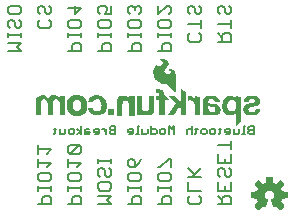
<source format=gbr>
G04 EAGLE Gerber RS-274X export*
G75*
%MOMM*%
%FSLAX34Y34*%
%LPD*%
%INSilkscreen Bottom*%
%IPPOS*%
%AMOC8*
5,1,8,0,0,1.08239X$1,22.5*%
G01*
%ADD10C,0.203200*%
%ADD11C,0.127000*%
%ADD12C,0.025400*%
%ADD13R,0.495300X0.485100*%

G36*
X237920Y25546D02*
X237920Y25546D01*
X238028Y25556D01*
X238041Y25562D01*
X238055Y25564D01*
X238152Y25612D01*
X238251Y25657D01*
X238264Y25668D01*
X238273Y25672D01*
X238288Y25688D01*
X238365Y25750D01*
X240950Y28335D01*
X241013Y28424D01*
X241079Y28509D01*
X241084Y28522D01*
X241092Y28534D01*
X241123Y28637D01*
X241159Y28740D01*
X241159Y28754D01*
X241163Y28767D01*
X241159Y28875D01*
X241160Y28984D01*
X241155Y28997D01*
X241155Y29011D01*
X241117Y29113D01*
X241082Y29215D01*
X241073Y29230D01*
X241069Y29239D01*
X241055Y29256D01*
X241001Y29338D01*
X238237Y32728D01*
X238794Y33810D01*
X238800Y33830D01*
X238842Y33925D01*
X239213Y35084D01*
X243564Y35527D01*
X243668Y35555D01*
X243774Y35580D01*
X243786Y35587D01*
X243799Y35590D01*
X243889Y35651D01*
X243982Y35708D01*
X243990Y35719D01*
X244002Y35727D01*
X244068Y35813D01*
X244137Y35897D01*
X244141Y35910D01*
X244150Y35921D01*
X244184Y36024D01*
X244223Y36125D01*
X244224Y36143D01*
X244228Y36152D01*
X244228Y36174D01*
X244237Y36272D01*
X244237Y39928D01*
X244220Y40035D01*
X244206Y40143D01*
X244200Y40155D01*
X244198Y40169D01*
X244146Y40265D01*
X244099Y40362D01*
X244089Y40372D01*
X244083Y40384D01*
X244003Y40458D01*
X243927Y40535D01*
X243915Y40541D01*
X243905Y40551D01*
X243806Y40596D01*
X243709Y40644D01*
X243691Y40648D01*
X243682Y40652D01*
X243661Y40654D01*
X243564Y40673D01*
X239213Y41116D01*
X238842Y42275D01*
X238833Y42293D01*
X238831Y42300D01*
X238827Y42307D01*
X238794Y42390D01*
X238237Y43472D01*
X241001Y46862D01*
X241055Y46956D01*
X241112Y47048D01*
X241115Y47061D01*
X241122Y47073D01*
X241143Y47180D01*
X241168Y47285D01*
X241166Y47299D01*
X241169Y47313D01*
X241154Y47420D01*
X241144Y47528D01*
X241138Y47541D01*
X241136Y47555D01*
X241088Y47652D01*
X241043Y47751D01*
X241032Y47764D01*
X241028Y47773D01*
X241012Y47788D01*
X240950Y47865D01*
X238365Y50450D01*
X238276Y50513D01*
X238191Y50579D01*
X238178Y50584D01*
X238166Y50592D01*
X238063Y50623D01*
X237960Y50659D01*
X237946Y50659D01*
X237933Y50663D01*
X237825Y50659D01*
X237716Y50660D01*
X237703Y50655D01*
X237689Y50655D01*
X237587Y50617D01*
X237485Y50582D01*
X237470Y50573D01*
X237461Y50569D01*
X237444Y50555D01*
X237362Y50501D01*
X233972Y47737D01*
X232890Y48294D01*
X232870Y48300D01*
X232775Y48342D01*
X231616Y48713D01*
X231173Y53064D01*
X231145Y53168D01*
X231120Y53274D01*
X231113Y53286D01*
X231110Y53299D01*
X231049Y53389D01*
X230992Y53482D01*
X230981Y53490D01*
X230973Y53502D01*
X230887Y53568D01*
X230803Y53637D01*
X230790Y53641D01*
X230779Y53650D01*
X230676Y53684D01*
X230575Y53723D01*
X230557Y53724D01*
X230548Y53728D01*
X230526Y53728D01*
X230428Y53737D01*
X226772Y53737D01*
X226665Y53720D01*
X226557Y53706D01*
X226545Y53700D01*
X226531Y53698D01*
X226435Y53646D01*
X226338Y53599D01*
X226328Y53589D01*
X226316Y53583D01*
X226242Y53503D01*
X226165Y53427D01*
X226159Y53415D01*
X226149Y53405D01*
X226104Y53306D01*
X226056Y53209D01*
X226052Y53191D01*
X226048Y53182D01*
X226046Y53161D01*
X226027Y53064D01*
X225584Y48713D01*
X224425Y48342D01*
X224407Y48332D01*
X224310Y48294D01*
X223228Y47737D01*
X219838Y50501D01*
X219744Y50555D01*
X219652Y50612D01*
X219639Y50615D01*
X219627Y50622D01*
X219520Y50643D01*
X219415Y50668D01*
X219401Y50666D01*
X219387Y50669D01*
X219280Y50654D01*
X219172Y50644D01*
X219159Y50638D01*
X219146Y50636D01*
X219048Y50588D01*
X218949Y50543D01*
X218936Y50532D01*
X218927Y50528D01*
X218912Y50512D01*
X218835Y50450D01*
X216250Y47865D01*
X216187Y47776D01*
X216121Y47691D01*
X216116Y47678D01*
X216108Y47666D01*
X216077Y47563D01*
X216041Y47460D01*
X216041Y47446D01*
X216037Y47433D01*
X216041Y47325D01*
X216040Y47216D01*
X216045Y47203D01*
X216045Y47189D01*
X216083Y47087D01*
X216118Y46985D01*
X216127Y46970D01*
X216131Y46961D01*
X216145Y46944D01*
X216199Y46862D01*
X218963Y43472D01*
X218406Y42390D01*
X218400Y42370D01*
X218358Y42275D01*
X217987Y41116D01*
X213636Y40673D01*
X213532Y40645D01*
X213426Y40620D01*
X213414Y40613D01*
X213401Y40610D01*
X213311Y40549D01*
X213218Y40492D01*
X213210Y40481D01*
X213198Y40473D01*
X213132Y40387D01*
X213064Y40303D01*
X213059Y40290D01*
X213050Y40279D01*
X213016Y40176D01*
X212977Y40075D01*
X212976Y40057D01*
X212972Y40048D01*
X212973Y40026D01*
X212963Y39928D01*
X212963Y36272D01*
X212980Y36165D01*
X212994Y36057D01*
X213000Y36045D01*
X213002Y36031D01*
X213054Y35935D01*
X213101Y35838D01*
X213111Y35828D01*
X213117Y35816D01*
X213197Y35742D01*
X213273Y35665D01*
X213285Y35659D01*
X213296Y35649D01*
X213394Y35604D01*
X213491Y35556D01*
X213509Y35552D01*
X213518Y35548D01*
X213539Y35546D01*
X213636Y35527D01*
X217987Y35084D01*
X218358Y33925D01*
X218368Y33907D01*
X218406Y33810D01*
X218963Y32728D01*
X216199Y29338D01*
X216145Y29244D01*
X216088Y29152D01*
X216085Y29139D01*
X216078Y29127D01*
X216057Y29020D01*
X216032Y28915D01*
X216034Y28901D01*
X216031Y28887D01*
X216046Y28780D01*
X216056Y28672D01*
X216062Y28659D01*
X216064Y28646D01*
X216112Y28548D01*
X216157Y28449D01*
X216168Y28436D01*
X216172Y28427D01*
X216188Y28412D01*
X216250Y28335D01*
X218835Y25750D01*
X218924Y25687D01*
X219009Y25621D01*
X219022Y25616D01*
X219034Y25608D01*
X219137Y25577D01*
X219240Y25541D01*
X219254Y25541D01*
X219267Y25537D01*
X219375Y25541D01*
X219484Y25540D01*
X219497Y25545D01*
X219511Y25545D01*
X219613Y25583D01*
X219715Y25618D01*
X219730Y25627D01*
X219739Y25631D01*
X219756Y25645D01*
X219838Y25699D01*
X223228Y28463D01*
X224310Y27906D01*
X224363Y27889D01*
X224412Y27863D01*
X224478Y27852D01*
X224542Y27831D01*
X224598Y27832D01*
X224652Y27823D01*
X224719Y27834D01*
X224786Y27835D01*
X224838Y27853D01*
X224893Y27862D01*
X224953Y27894D01*
X225016Y27917D01*
X225059Y27951D01*
X225109Y27977D01*
X225155Y28026D01*
X225207Y28068D01*
X225238Y28115D01*
X225276Y28155D01*
X225332Y28260D01*
X225340Y28273D01*
X225341Y28278D01*
X225345Y28285D01*
X227498Y33482D01*
X227518Y33565D01*
X227523Y33578D01*
X227525Y33594D01*
X227550Y33679D01*
X227549Y33700D01*
X227554Y33720D01*
X227546Y33802D01*
X227547Y33821D01*
X227543Y33841D01*
X227539Y33922D01*
X227532Y33942D01*
X227530Y33963D01*
X227498Y34032D01*
X227492Y34059D01*
X227477Y34083D01*
X227451Y34150D01*
X227438Y34166D01*
X227429Y34185D01*
X227384Y34234D01*
X227364Y34266D01*
X227333Y34291D01*
X227295Y34337D01*
X227272Y34353D01*
X227262Y34363D01*
X227241Y34375D01*
X227176Y34420D01*
X227175Y34421D01*
X227174Y34422D01*
X226275Y34928D01*
X225588Y35572D01*
X225073Y36360D01*
X224761Y37248D01*
X224669Y38185D01*
X224802Y39117D01*
X225153Y39991D01*
X225702Y40756D01*
X226416Y41369D01*
X227256Y41794D01*
X228173Y42008D01*
X229114Y41998D01*
X230026Y41764D01*
X230856Y41321D01*
X231557Y40692D01*
X232089Y39915D01*
X232420Y39034D01*
X232533Y38099D01*
X232425Y37182D01*
X232105Y36314D01*
X231591Y35545D01*
X230912Y34918D01*
X230028Y34423D01*
X229986Y34390D01*
X229944Y34367D01*
X229913Y34334D01*
X229865Y34299D01*
X229853Y34283D01*
X229837Y34270D01*
X229802Y34215D01*
X229777Y34189D01*
X229764Y34159D01*
X229722Y34101D01*
X229716Y34082D01*
X229706Y34065D01*
X229687Y33990D01*
X229677Y33967D01*
X229674Y33943D01*
X229651Y33868D01*
X229652Y33848D01*
X229647Y33828D01*
X229654Y33742D01*
X229653Y33724D01*
X229656Y33708D01*
X229659Y33624D01*
X229667Y33599D01*
X229668Y33585D01*
X229678Y33563D01*
X229702Y33482D01*
X230631Y31239D01*
X230631Y31238D01*
X231562Y28991D01*
X231563Y28991D01*
X231855Y28285D01*
X231884Y28238D01*
X231905Y28186D01*
X231948Y28135D01*
X231984Y28078D01*
X232027Y28043D01*
X232063Y28000D01*
X232120Y27966D01*
X232172Y27923D01*
X232224Y27904D01*
X232272Y27875D01*
X232338Y27861D01*
X232401Y27837D01*
X232456Y27835D01*
X232510Y27824D01*
X232577Y27831D01*
X232644Y27829D01*
X232698Y27845D01*
X232753Y27852D01*
X232864Y27896D01*
X232878Y27900D01*
X232882Y27903D01*
X232890Y27906D01*
X233972Y28463D01*
X237362Y25699D01*
X237456Y25645D01*
X237548Y25588D01*
X237561Y25585D01*
X237573Y25578D01*
X237680Y25557D01*
X237785Y25532D01*
X237799Y25534D01*
X237813Y25531D01*
X237920Y25546D01*
G37*
G36*
X148914Y125267D02*
X148914Y125267D01*
X148956Y125282D01*
X148958Y125287D01*
X148962Y125289D01*
X148991Y125362D01*
X148995Y125373D01*
X148995Y125374D01*
X148995Y140538D01*
X148993Y140543D01*
X148995Y140549D01*
X148925Y141380D01*
X148919Y141391D01*
X148920Y141406D01*
X148680Y142205D01*
X148672Y142215D01*
X148670Y142229D01*
X148269Y142961D01*
X148259Y142969D01*
X148254Y142982D01*
X147784Y143532D01*
X147773Y143537D01*
X147766Y143549D01*
X147196Y143994D01*
X147184Y143997D01*
X147174Y144007D01*
X146526Y144328D01*
X146514Y144329D01*
X146502Y144337D01*
X145803Y144521D01*
X145792Y144520D01*
X145781Y144525D01*
X144841Y144598D01*
X144832Y144595D01*
X144821Y144598D01*
X143881Y144525D01*
X143877Y144523D01*
X143871Y144524D01*
X143388Y144448D01*
X143349Y144423D01*
X143309Y144402D01*
X143308Y144398D01*
X143305Y144396D01*
X143295Y144351D01*
X143283Y144307D01*
X143285Y144303D01*
X143284Y144299D01*
X143309Y144261D01*
X143333Y144222D01*
X143337Y144221D01*
X143339Y144218D01*
X143380Y144209D01*
X143420Y144197D01*
X143578Y144213D01*
X143716Y144185D01*
X143849Y144114D01*
X144673Y143515D01*
X144791Y143401D01*
X144863Y143263D01*
X144956Y142848D01*
X144956Y142420D01*
X144863Y142004D01*
X144657Y141600D01*
X144344Y141272D01*
X143738Y140907D01*
X143060Y140700D01*
X142349Y140665D01*
X141739Y140762D01*
X141153Y140960D01*
X140610Y141253D01*
X140185Y141618D01*
X139870Y142078D01*
X139684Y142603D01*
X139641Y143159D01*
X139743Y143707D01*
X139983Y144210D01*
X140353Y144645D01*
X140551Y144855D01*
X141146Y145486D01*
X141741Y146117D01*
X141806Y146186D01*
X141809Y146196D01*
X141818Y146202D01*
X143005Y147960D01*
X143007Y147973D01*
X143017Y147983D01*
X143297Y148671D01*
X143296Y148686D01*
X143305Y148701D01*
X143404Y149436D01*
X143400Y149451D01*
X143405Y149468D01*
X143318Y150205D01*
X143310Y150218D01*
X143310Y150236D01*
X143043Y150928D01*
X143032Y150939D01*
X143028Y150956D01*
X142597Y151559D01*
X142587Y151566D01*
X142581Y151578D01*
X141885Y152236D01*
X141877Y152239D01*
X141872Y152247D01*
X141095Y152807D01*
X141085Y152810D01*
X141077Y152818D01*
X140297Y153206D01*
X140285Y153207D01*
X140274Y153215D01*
X139434Y153446D01*
X139422Y153445D01*
X139410Y153451D01*
X138542Y153517D01*
X138532Y153513D01*
X138520Y153517D01*
X137620Y153431D01*
X137611Y153427D01*
X137601Y153428D01*
X136723Y153208D01*
X136715Y153202D01*
X136703Y153201D01*
X136475Y153100D01*
X136119Y152948D01*
X136118Y152948D01*
X135614Y152727D01*
X135604Y152716D01*
X135587Y152711D01*
X135152Y152373D01*
X135149Y152366D01*
X135141Y152362D01*
X135116Y152337D01*
X135113Y152336D01*
X135078Y152244D01*
X135119Y152155D01*
X135204Y152122D01*
X135807Y152122D01*
X136318Y152065D01*
X136808Y151926D01*
X137289Y151671D01*
X137684Y151301D01*
X137970Y150841D01*
X138127Y150322D01*
X138139Y150019D01*
X138080Y149719D01*
X137874Y149225D01*
X137591Y148767D01*
X137240Y148357D01*
X136828Y148003D01*
X135926Y147352D01*
X135438Y147103D01*
X134909Y147005D01*
X134370Y147063D01*
X134196Y147128D01*
X133835Y147377D01*
X133561Y147716D01*
X133517Y147819D01*
X133501Y147939D01*
X133501Y148819D01*
X133484Y148860D01*
X133470Y148902D01*
X133465Y148905D01*
X133463Y148910D01*
X133422Y148926D01*
X133382Y148945D01*
X133376Y148943D01*
X133371Y148945D01*
X133344Y148933D01*
X133295Y148917D01*
X132169Y147996D01*
X132163Y147984D01*
X132151Y147977D01*
X131244Y146840D01*
X131241Y146829D01*
X131232Y146821D01*
X130730Y145887D01*
X130729Y145877D01*
X130723Y145869D01*
X130365Y144872D01*
X130365Y144862D01*
X130360Y144853D01*
X130153Y143814D01*
X130155Y143804D01*
X130154Y143802D01*
X130155Y143802D01*
X130151Y143793D01*
X130091Y141865D01*
X130095Y141854D01*
X130092Y141842D01*
X130380Y139935D01*
X130386Y139925D01*
X130386Y139913D01*
X131014Y138089D01*
X131021Y138080D01*
X131023Y138068D01*
X131970Y136387D01*
X131978Y136381D01*
X131981Y136370D01*
X132866Y135263D01*
X132873Y135260D01*
X132875Y135254D01*
X132876Y135254D01*
X132878Y135250D01*
X133909Y134278D01*
X133917Y134275D01*
X133923Y134267D01*
X135080Y133450D01*
X135090Y133448D01*
X135098Y133440D01*
X136328Y132840D01*
X136339Y132839D01*
X136349Y132831D01*
X137668Y132463D01*
X137679Y132465D01*
X137690Y132459D01*
X139054Y132335D01*
X139059Y132337D01*
X139065Y132335D01*
X141340Y132335D01*
X141708Y132270D01*
X142059Y132143D01*
X143049Y131554D01*
X143903Y130772D01*
X148775Y125290D01*
X148779Y125288D01*
X148781Y125283D01*
X148823Y125267D01*
X148864Y125248D01*
X148868Y125250D01*
X148873Y125248D01*
X148914Y125267D01*
G37*
G36*
X200281Y96573D02*
X200281Y96573D01*
X200283Y96572D01*
X200304Y96581D01*
X200364Y96604D01*
X204504Y100338D01*
X204506Y100344D01*
X204512Y100347D01*
X204536Y100407D01*
X204545Y100428D01*
X204544Y100430D01*
X204545Y100432D01*
X204545Y121006D01*
X204530Y121043D01*
X204520Y121082D01*
X204511Y121088D01*
X204507Y121097D01*
X204479Y121108D01*
X204443Y121130D01*
X200557Y121866D01*
X200542Y121863D01*
X200527Y121868D01*
X200495Y121853D01*
X200460Y121845D01*
X200452Y121832D01*
X200439Y121826D01*
X200424Y121787D01*
X200408Y121762D01*
X200411Y121751D01*
X200407Y121740D01*
X200431Y119823D01*
X200297Y119972D01*
X200296Y119973D01*
X200296Y119974D01*
X199407Y120939D01*
X199401Y120941D01*
X199397Y120948D01*
X199054Y121249D01*
X199043Y121253D01*
X199035Y121263D01*
X198641Y121496D01*
X198632Y121497D01*
X198624Y121504D01*
X197303Y122037D01*
X197292Y122037D01*
X197282Y122044D01*
X196800Y122146D01*
X196788Y122143D01*
X196776Y122148D01*
X194795Y122173D01*
X194784Y122169D01*
X194772Y122171D01*
X193687Y121988D01*
X193677Y121981D01*
X193663Y121981D01*
X192638Y121581D01*
X192631Y121573D01*
X192619Y121571D01*
X191717Y121030D01*
X191712Y121024D01*
X191703Y121021D01*
X190879Y120368D01*
X190873Y120358D01*
X190863Y120353D01*
X190071Y119463D01*
X190067Y119450D01*
X190055Y119441D01*
X189476Y118400D01*
X189474Y118388D01*
X189466Y118377D01*
X188792Y116264D01*
X188793Y116253D01*
X188787Y116242D01*
X188504Y114042D01*
X188507Y114031D01*
X188503Y114019D01*
X188621Y111804D01*
X188626Y111794D01*
X188624Y111782D01*
X188947Y110406D01*
X188954Y110397D01*
X188954Y110385D01*
X189510Y109085D01*
X189518Y109077D01*
X189520Y109066D01*
X190292Y107881D01*
X190301Y107875D01*
X190306Y107864D01*
X190963Y107157D01*
X190973Y107153D01*
X190979Y107143D01*
X191747Y106558D01*
X191758Y106556D01*
X191765Y106547D01*
X192621Y106101D01*
X192632Y106100D01*
X192641Y106092D01*
X193560Y105798D01*
X193570Y105799D01*
X193580Y105793D01*
X194792Y105604D01*
X194801Y105606D01*
X194810Y105603D01*
X196037Y105586D01*
X196045Y105589D01*
X196055Y105587D01*
X197272Y105742D01*
X197282Y105747D01*
X197294Y105747D01*
X198138Y106011D01*
X198148Y106019D01*
X198163Y106022D01*
X198932Y106459D01*
X198940Y106469D01*
X198954Y106474D01*
X199614Y107064D01*
X199620Y107076D01*
X199632Y107084D01*
X200152Y107800D01*
X200153Y107802D01*
X200153Y96698D01*
X200171Y96654D01*
X200188Y96611D01*
X200190Y96610D01*
X200191Y96607D01*
X200235Y96590D01*
X200279Y96572D01*
X200281Y96573D01*
G37*
G36*
X34851Y105920D02*
X34851Y105920D01*
X34853Y105919D01*
X34896Y105939D01*
X34940Y105957D01*
X34940Y105959D01*
X34942Y105960D01*
X34975Y106045D01*
X34975Y116324D01*
X35082Y117204D01*
X35394Y118026D01*
X35655Y118410D01*
X35998Y118723D01*
X36404Y118949D01*
X36852Y119077D01*
X37756Y119145D01*
X38659Y119053D01*
X39069Y118927D01*
X39441Y118717D01*
X39456Y118703D01*
X39597Y118577D01*
X39737Y118450D01*
X39759Y118431D01*
X40144Y117903D01*
X40417Y117308D01*
X40566Y116669D01*
X40641Y115566D01*
X40641Y106045D01*
X40642Y106043D01*
X40641Y106041D01*
X40661Y105998D01*
X40679Y105954D01*
X40681Y105954D01*
X40682Y105952D01*
X40767Y105919D01*
X45085Y105919D01*
X45087Y105920D01*
X45089Y105919D01*
X45132Y105939D01*
X45176Y105957D01*
X45176Y105959D01*
X45178Y105960D01*
X45211Y106045D01*
X45211Y116604D01*
X45291Y117267D01*
X45522Y117886D01*
X45892Y118433D01*
X46239Y118751D01*
X46648Y118984D01*
X47098Y119120D01*
X47575Y119152D01*
X48423Y119102D01*
X48863Y119020D01*
X49267Y118842D01*
X49622Y118576D01*
X50441Y117632D01*
X50725Y117094D01*
X50856Y116503D01*
X50826Y115881D01*
X50827Y115878D01*
X50826Y115875D01*
X50826Y106070D01*
X50827Y106068D01*
X50826Y106066D01*
X50846Y106023D01*
X50864Y105979D01*
X50866Y105979D01*
X50867Y105977D01*
X50952Y105944D01*
X55270Y105944D01*
X55272Y105945D01*
X55274Y105944D01*
X55317Y105964D01*
X55361Y105982D01*
X55361Y105984D01*
X55363Y105985D01*
X55396Y106070D01*
X55396Y122123D01*
X55395Y122125D01*
X55396Y122127D01*
X55376Y122170D01*
X55358Y122214D01*
X55356Y122214D01*
X55355Y122216D01*
X55270Y122249D01*
X51283Y122249D01*
X51281Y122248D01*
X51279Y122249D01*
X51236Y122229D01*
X51192Y122211D01*
X51192Y122209D01*
X51190Y122208D01*
X51157Y122123D01*
X51157Y120070D01*
X51126Y120077D01*
X50824Y120473D01*
X50818Y120476D01*
X50815Y120484D01*
X50053Y121271D01*
X50045Y121274D01*
X50041Y121281D01*
X49279Y121893D01*
X49265Y121897D01*
X49253Y121910D01*
X48363Y122314D01*
X48351Y122314D01*
X48340Y122322D01*
X47248Y122576D01*
X47239Y122575D01*
X47231Y122579D01*
X45859Y122706D01*
X45849Y122703D01*
X45838Y122706D01*
X44881Y122637D01*
X44870Y122631D01*
X44856Y122632D01*
X43933Y122372D01*
X43923Y122364D01*
X43910Y122362D01*
X43120Y121959D01*
X43112Y121950D01*
X43099Y121946D01*
X42401Y121400D01*
X42395Y121389D01*
X42383Y121383D01*
X41801Y120714D01*
X41798Y120702D01*
X41787Y120694D01*
X41407Y120036D01*
X41365Y120078D01*
X40910Y120559D01*
X40907Y120560D01*
X40906Y120563D01*
X40118Y121322D01*
X40109Y121325D01*
X40104Y121334D01*
X39215Y121972D01*
X39204Y121974D01*
X39196Y121982D01*
X38391Y122376D01*
X38379Y122376D01*
X38368Y122384D01*
X37503Y122616D01*
X37491Y122614D01*
X37479Y122620D01*
X36585Y122681D01*
X36576Y122678D01*
X36565Y122681D01*
X35286Y122574D01*
X35279Y122570D01*
X35272Y122572D01*
X34012Y122323D01*
X34003Y122317D01*
X33991Y122317D01*
X33125Y121991D01*
X33115Y121981D01*
X33100Y121978D01*
X32326Y121471D01*
X32319Y121459D01*
X32305Y121453D01*
X31659Y120789D01*
X31656Y120779D01*
X31652Y120778D01*
X31651Y120774D01*
X31643Y120768D01*
X31055Y119829D01*
X31053Y119816D01*
X31043Y119806D01*
X30657Y118767D01*
X30658Y118754D01*
X30651Y118742D01*
X30482Y117646D01*
X30485Y117637D01*
X30481Y117627D01*
X30481Y106045D01*
X30482Y106043D01*
X30481Y106041D01*
X30501Y105998D01*
X30519Y105954D01*
X30521Y105954D01*
X30522Y105952D01*
X30607Y105919D01*
X34849Y105919D01*
X34851Y105920D01*
G37*
G36*
X182731Y105589D02*
X182731Y105589D01*
X182742Y105594D01*
X182756Y105592D01*
X184128Y105900D01*
X184139Y105908D01*
X184154Y105909D01*
X185423Y106515D01*
X185432Y106525D01*
X185446Y106529D01*
X185894Y106871D01*
X185900Y106881D01*
X185912Y106887D01*
X186289Y107307D01*
X186293Y107318D01*
X186303Y107326D01*
X186595Y107809D01*
X186597Y107820D01*
X186605Y107830D01*
X186978Y108823D01*
X186978Y108834D01*
X186984Y108845D01*
X187173Y109889D01*
X187170Y109900D01*
X187175Y109912D01*
X187172Y110973D01*
X187169Y110980D01*
X187171Y110983D01*
X187168Y110990D01*
X187169Y111000D01*
X186963Y111941D01*
X186954Y111953D01*
X186953Y111970D01*
X186524Y112832D01*
X186514Y112841D01*
X186509Y112856D01*
X186011Y113465D01*
X186006Y113468D01*
X186004Y113472D01*
X185998Y113474D01*
X185993Y113483D01*
X185383Y113981D01*
X185371Y113984D01*
X185362Y113995D01*
X184666Y114361D01*
X184655Y114362D01*
X184646Y114369D01*
X183161Y114853D01*
X183153Y114852D01*
X183144Y114857D01*
X181607Y115135D01*
X181603Y115134D01*
X181598Y115137D01*
X179392Y115365D01*
X178086Y115591D01*
X177617Y115756D01*
X177189Y116002D01*
X176905Y116263D01*
X176845Y116350D01*
X176803Y116447D01*
X176692Y116968D01*
X176692Y117499D01*
X176803Y118020D01*
X176942Y118334D01*
X177141Y118613D01*
X177394Y118847D01*
X177708Y119040D01*
X178054Y119168D01*
X178423Y119229D01*
X179778Y119279D01*
X180365Y119225D01*
X180926Y119060D01*
X181390Y118805D01*
X181780Y118449D01*
X182075Y118011D01*
X182259Y117516D01*
X182322Y116985D01*
X182322Y116942D01*
X182323Y116940D01*
X182322Y116938D01*
X182342Y116895D01*
X182360Y116851D01*
X182362Y116851D01*
X182363Y116849D01*
X182448Y116816D01*
X186589Y116816D01*
X186590Y116814D01*
X186632Y116804D01*
X186674Y116790D01*
X186680Y116793D01*
X186686Y116792D01*
X186711Y116808D01*
X186756Y116829D01*
X186781Y116854D01*
X186781Y116855D01*
X186797Y116897D01*
X186816Y116946D01*
X186816Y116947D01*
X186796Y116989D01*
X186777Y117032D01*
X186655Y117923D01*
X186649Y117934D01*
X186649Y117949D01*
X186315Y118890D01*
X186306Y118900D01*
X186303Y118914D01*
X185784Y119767D01*
X185773Y119775D01*
X185768Y119788D01*
X185085Y120518D01*
X185073Y120523D01*
X185065Y120535D01*
X184248Y121109D01*
X184236Y121112D01*
X184227Y121121D01*
X183069Y121650D01*
X183059Y121650D01*
X183050Y121657D01*
X181821Y121991D01*
X181812Y121990D01*
X181803Y121994D01*
X180063Y122208D01*
X180055Y122205D01*
X180047Y122208D01*
X178293Y122200D01*
X178286Y122197D01*
X178277Y122199D01*
X176538Y121969D01*
X176530Y121964D01*
X176519Y121965D01*
X175105Y121540D01*
X175096Y121532D01*
X175082Y121531D01*
X173779Y120837D01*
X173770Y120827D01*
X173756Y120822D01*
X173194Y120339D01*
X173187Y120325D01*
X173173Y120316D01*
X172746Y119711D01*
X172743Y119696D01*
X172731Y119684D01*
X172464Y118993D01*
X172465Y118978D01*
X172457Y118963D01*
X172366Y118228D01*
X172368Y118220D01*
X172365Y118212D01*
X172365Y113386D01*
X172366Y113384D01*
X172365Y113382D01*
X172372Y113367D01*
X172340Y113283D01*
X172365Y108945D01*
X172263Y107608D01*
X171914Y106313D01*
X171840Y106114D01*
X171841Y106089D01*
X171832Y106066D01*
X171843Y106042D01*
X171844Y106016D01*
X171863Y105999D01*
X171873Y105977D01*
X171900Y105966D01*
X171918Y105950D01*
X171937Y105952D01*
X171958Y105944D01*
X175992Y105944D01*
X176028Y105941D01*
X176056Y105950D01*
X176096Y105954D01*
X176133Y105973D01*
X176152Y105995D01*
X176184Y106019D01*
X176206Y106055D01*
X176208Y106072D01*
X176220Y106088D01*
X176296Y106368D01*
X176295Y106371D01*
X176297Y106374D01*
X176524Y107403D01*
X176534Y107426D01*
X176540Y107432D01*
X176548Y107434D01*
X176557Y107433D01*
X176581Y107417D01*
X177408Y106714D01*
X177419Y106710D01*
X177428Y106700D01*
X178379Y106160D01*
X178390Y106159D01*
X178400Y106151D01*
X179435Y105798D01*
X179447Y105799D01*
X179457Y105793D01*
X181075Y105552D01*
X181085Y105555D01*
X181096Y105551D01*
X182731Y105589D01*
G37*
G36*
X157864Y105818D02*
X157864Y105818D01*
X157867Y105817D01*
X157950Y105854D01*
X158001Y105905D01*
X158003Y105908D01*
X158005Y105909D01*
X158038Y105994D01*
X158038Y125324D01*
X158030Y125343D01*
X158032Y125363D01*
X158011Y125390D01*
X158000Y125415D01*
X157986Y125420D01*
X157975Y125434D01*
X153835Y127796D01*
X153800Y127800D01*
X153768Y127812D01*
X153753Y127805D01*
X153737Y127807D01*
X153710Y127785D01*
X153679Y127771D01*
X153672Y127755D01*
X153660Y127745D01*
X153658Y127718D01*
X153646Y127686D01*
X153646Y116256D01*
X148171Y121730D01*
X148168Y121732D01*
X148167Y121734D01*
X148082Y121767D01*
X143408Y121767D01*
X143406Y121767D01*
X143405Y121767D01*
X143361Y121747D01*
X143317Y121729D01*
X143317Y121727D01*
X143315Y121726D01*
X143299Y121682D01*
X143282Y121637D01*
X143283Y121635D01*
X143282Y121634D01*
X143320Y121551D01*
X149011Y115985D01*
X142414Y106090D01*
X142407Y106052D01*
X142393Y106015D01*
X142398Y106005D01*
X142396Y105993D01*
X142418Y105962D01*
X142435Y105926D01*
X142446Y105922D01*
X142452Y105913D01*
X142482Y105908D01*
X142520Y105894D01*
X147600Y105919D01*
X147617Y105926D01*
X147635Y105924D01*
X147664Y105946D01*
X147690Y105958D01*
X147695Y105970D01*
X147707Y105980D01*
X151940Y112958D01*
X153595Y111351D01*
X153595Y105943D01*
X153596Y105941D01*
X153595Y105939D01*
X153615Y105896D01*
X153633Y105852D01*
X153635Y105852D01*
X153636Y105850D01*
X153721Y105817D01*
X157861Y105817D01*
X157864Y105818D01*
G37*
G36*
X126296Y105517D02*
X126296Y105517D01*
X126307Y105514D01*
X127340Y105661D01*
X127351Y105667D01*
X127364Y105667D01*
X128350Y106010D01*
X128359Y106018D01*
X128372Y106020D01*
X129274Y106546D01*
X129281Y106556D01*
X129294Y106561D01*
X129548Y106789D01*
X129554Y106800D01*
X129565Y106808D01*
X130226Y107693D01*
X130228Y107704D01*
X130238Y107713D01*
X130726Y108703D01*
X130726Y108715D01*
X130734Y108725D01*
X131034Y109788D01*
X131032Y109799D01*
X131038Y109811D01*
X131139Y110910D01*
X131137Y110916D01*
X131139Y110922D01*
X131139Y121717D01*
X131138Y121719D01*
X131139Y121721D01*
X131119Y121764D01*
X131101Y121808D01*
X131099Y121808D01*
X131098Y121810D01*
X131013Y121843D01*
X126873Y121843D01*
X126871Y121842D01*
X126869Y121843D01*
X126826Y121823D01*
X126782Y121805D01*
X126782Y121803D01*
X126780Y121802D01*
X126747Y121717D01*
X126747Y111720D01*
X126598Y110890D01*
X126255Y110122D01*
X125983Y109760D01*
X125642Y109459D01*
X125247Y109234D01*
X124558Y109011D01*
X123839Y108931D01*
X123118Y108998D01*
X122427Y109210D01*
X121917Y109498D01*
X121486Y109895D01*
X121159Y110380D01*
X120950Y110930D01*
X120725Y112134D01*
X120649Y113364D01*
X120649Y121666D01*
X120648Y121668D01*
X120649Y121670D01*
X120629Y121713D01*
X120611Y121757D01*
X120609Y121757D01*
X120608Y121759D01*
X120523Y121792D01*
X116307Y121792D01*
X116305Y121791D01*
X116303Y121792D01*
X116260Y121772D01*
X116216Y121754D01*
X116216Y121752D01*
X116214Y121751D01*
X116181Y121666D01*
X116181Y106045D01*
X116182Y106043D01*
X116181Y106041D01*
X116201Y105998D01*
X116219Y105954D01*
X116221Y105954D01*
X116222Y105952D01*
X116307Y105919D01*
X120320Y105919D01*
X120322Y105920D01*
X120324Y105919D01*
X120367Y105939D01*
X120411Y105957D01*
X120411Y105959D01*
X120413Y105960D01*
X120446Y106045D01*
X120446Y108102D01*
X120953Y107461D01*
X120961Y107457D01*
X120965Y107448D01*
X121792Y106663D01*
X121801Y106660D01*
X121806Y106652D01*
X122736Y105993D01*
X122745Y105991D01*
X122753Y105983D01*
X122998Y105861D01*
X123009Y105860D01*
X123018Y105853D01*
X123280Y105772D01*
X123289Y105773D01*
X123298Y105768D01*
X124776Y105545D01*
X124784Y105547D01*
X124792Y105543D01*
X126286Y105513D01*
X126296Y105517D01*
G37*
G36*
X113819Y105844D02*
X113819Y105844D01*
X113821Y105843D01*
X113864Y105863D01*
X113908Y105881D01*
X113908Y105883D01*
X113910Y105884D01*
X113943Y105969D01*
X113943Y121691D01*
X113942Y121693D01*
X113943Y121695D01*
X113923Y121738D01*
X113905Y121782D01*
X113903Y121782D01*
X113902Y121784D01*
X113817Y121817D01*
X109779Y121817D01*
X109777Y121816D01*
X109775Y121817D01*
X109732Y121797D01*
X109688Y121779D01*
X109688Y121777D01*
X109686Y121776D01*
X109653Y121691D01*
X109653Y119623D01*
X109611Y119652D01*
X109497Y119788D01*
X109220Y120166D01*
X109216Y120168D01*
X109214Y120173D01*
X108812Y120646D01*
X108805Y120650D01*
X108801Y120658D01*
X108606Y120834D01*
X108466Y120960D01*
X108340Y121074D01*
X108330Y121077D01*
X108322Y121087D01*
X107424Y121654D01*
X107411Y121657D01*
X107400Y121666D01*
X106404Y122035D01*
X106391Y122035D01*
X106378Y122042D01*
X105326Y122197D01*
X105316Y122194D01*
X105305Y122198D01*
X103299Y122148D01*
X103289Y122144D01*
X103276Y122146D01*
X102299Y121940D01*
X102287Y121932D01*
X102271Y121931D01*
X101366Y121509D01*
X101357Y121498D01*
X101342Y121494D01*
X100557Y120876D01*
X100551Y120865D01*
X100539Y120859D01*
X100050Y120284D01*
X100047Y120273D01*
X100037Y120266D01*
X99653Y119617D01*
X99651Y119606D01*
X99643Y119597D01*
X99374Y118892D01*
X99374Y118883D01*
X99369Y118874D01*
X99129Y117767D01*
X99131Y117758D01*
X99127Y117750D01*
X99036Y116621D01*
X99038Y116616D01*
X99036Y116611D01*
X99036Y106070D01*
X99037Y106068D01*
X99036Y106066D01*
X99056Y106023D01*
X99074Y105979D01*
X99076Y105979D01*
X99077Y105977D01*
X99162Y105944D01*
X103251Y105944D01*
X103253Y105945D01*
X103255Y105944D01*
X103298Y105964D01*
X103342Y105982D01*
X103342Y105984D01*
X103344Y105985D01*
X103377Y106070D01*
X103377Y115716D01*
X103442Y116434D01*
X103633Y117122D01*
X103943Y117764D01*
X104239Y118151D01*
X104613Y118460D01*
X105048Y118677D01*
X105348Y118754D01*
X105664Y118771D01*
X106769Y118721D01*
X107325Y118634D01*
X107841Y118430D01*
X108298Y118116D01*
X108815Y117547D01*
X109178Y116868D01*
X109395Y116118D01*
X109475Y115335D01*
X109475Y105969D01*
X109476Y105967D01*
X109475Y105965D01*
X109495Y105922D01*
X109513Y105878D01*
X109515Y105878D01*
X109516Y105876D01*
X109601Y105843D01*
X113817Y105843D01*
X113819Y105844D01*
G37*
G36*
X65533Y105772D02*
X65533Y105772D01*
X65549Y105768D01*
X68546Y106174D01*
X68567Y106186D01*
X68596Y106192D01*
X71441Y107970D01*
X71455Y107991D01*
X71480Y108009D01*
X73080Y110498D01*
X73084Y110521D01*
X73099Y110546D01*
X73709Y114432D01*
X73703Y114454D01*
X73707Y114480D01*
X72894Y118036D01*
X72879Y118057D01*
X72870Y118086D01*
X70736Y120804D01*
X70714Y120816D01*
X70693Y120839D01*
X67315Y122516D01*
X67295Y122517D01*
X67274Y122528D01*
X65801Y122705D01*
X65794Y122703D01*
X65786Y122706D01*
X65735Y122706D01*
X65715Y122698D01*
X65689Y122697D01*
X65562Y122647D01*
X65541Y122627D01*
X65515Y122615D01*
X65506Y122593D01*
X65491Y122579D01*
X65492Y122555D01*
X65482Y122530D01*
X65482Y119609D01*
X65499Y119569D01*
X65511Y119528D01*
X65518Y119524D01*
X65520Y119518D01*
X65548Y119507D01*
X65591Y119484D01*
X66686Y119334D01*
X67834Y118699D01*
X68622Y117615D01*
X69018Y116726D01*
X69292Y115252D01*
X69343Y113393D01*
X69168Y112145D01*
X68793Y110996D01*
X68255Y109969D01*
X66607Y108961D01*
X64859Y108739D01*
X63108Y109331D01*
X63038Y109395D01*
X62760Y109648D01*
X62482Y109900D01*
X62343Y110026D01*
X62066Y110279D01*
X62065Y110279D01*
X62029Y110312D01*
X61486Y111522D01*
X61111Y113070D01*
X61111Y114495D01*
X61362Y116424D01*
X62106Y118036D01*
X62940Y118845D01*
X63893Y119358D01*
X65080Y119457D01*
X65176Y119457D01*
X65179Y119458D01*
X65182Y119457D01*
X65224Y119477D01*
X65267Y119495D01*
X65268Y119498D01*
X65271Y119500D01*
X65302Y119585D01*
X65276Y121173D01*
X65273Y121299D01*
X65273Y121300D01*
X65271Y121426D01*
X65269Y121552D01*
X65267Y121678D01*
X65265Y121804D01*
X65265Y121805D01*
X65263Y121931D01*
X65261Y122057D01*
X65259Y122183D01*
X65256Y122309D01*
X65256Y122310D01*
X65254Y122436D01*
X65252Y122557D01*
X65248Y122566D01*
X65251Y122575D01*
X65229Y122610D01*
X65212Y122647D01*
X65204Y122650D01*
X65199Y122658D01*
X65147Y122671D01*
X65120Y122681D01*
X65115Y122679D01*
X65110Y122680D01*
X63103Y122426D01*
X63092Y122420D01*
X63078Y122420D01*
X61452Y121861D01*
X61440Y121850D01*
X61421Y121846D01*
X59440Y120475D01*
X59432Y120462D01*
X59416Y120453D01*
X58324Y119183D01*
X58319Y119167D01*
X58305Y119152D01*
X57264Y116815D01*
X57263Y116798D01*
X57254Y116780D01*
X56974Y114595D01*
X56978Y114580D01*
X56974Y114564D01*
X57228Y112456D01*
X57232Y112448D01*
X57231Y112437D01*
X57917Y109973D01*
X57928Y109959D01*
X57932Y109940D01*
X58745Y108645D01*
X58757Y108636D01*
X58765Y108621D01*
X59959Y107478D01*
X59968Y107474D01*
X59973Y107466D01*
X61090Y106679D01*
X61107Y106675D01*
X61122Y106663D01*
X62976Y106028D01*
X62990Y106029D01*
X63004Y106021D01*
X65519Y105767D01*
X65533Y105772D01*
G37*
G36*
X213514Y105565D02*
X213514Y105565D01*
X213521Y105563D01*
X216087Y105741D01*
X216096Y105746D01*
X216106Y105744D01*
X217027Y105956D01*
X217038Y105964D01*
X217052Y105965D01*
X217909Y106362D01*
X217915Y106369D01*
X217924Y106371D01*
X219118Y107133D01*
X219123Y107139D01*
X219131Y107142D01*
X219646Y107573D01*
X219651Y107584D01*
X219663Y107590D01*
X220083Y108114D01*
X220087Y108125D01*
X220097Y108134D01*
X220406Y108730D01*
X220407Y108739D01*
X220414Y108747D01*
X220846Y110017D01*
X220845Y110027D01*
X220850Y110036D01*
X220952Y110620D01*
X220951Y110627D01*
X220954Y110633D01*
X220979Y110989D01*
X220978Y110993D01*
X220979Y110996D01*
X220978Y110998D01*
X220979Y111002D01*
X220967Y111028D01*
X220964Y111058D01*
X220963Y111059D01*
X220963Y111060D01*
X220952Y111069D01*
X220947Y111082D01*
X220941Y111085D01*
X220938Y111091D01*
X220908Y111103D01*
X220888Y111119D01*
X220886Y111119D01*
X220885Y111120D01*
X220870Y111119D01*
X220858Y111124D01*
X220856Y111123D01*
X220853Y111124D01*
X216992Y111124D01*
X216990Y111123D01*
X216988Y111124D01*
X216945Y111104D01*
X216901Y111086D01*
X216901Y111084D01*
X216899Y111083D01*
X216866Y110998D01*
X216866Y110951D01*
X216837Y110454D01*
X216691Y109992D01*
X216435Y109578D01*
X216331Y109473D01*
X216205Y109347D01*
X215993Y109135D01*
X215466Y108798D01*
X214879Y108581D01*
X214317Y108508D01*
X212987Y108508D01*
X212384Y108582D01*
X211817Y108779D01*
X211304Y109091D01*
X211017Y109375D01*
X210808Y109720D01*
X210691Y110105D01*
X210674Y110509D01*
X210759Y110904D01*
X210940Y111266D01*
X211205Y111570D01*
X211541Y111801D01*
X212648Y112271D01*
X213822Y112577D01*
X217453Y113440D01*
X217460Y113445D01*
X217469Y113445D01*
X218277Y113751D01*
X218284Y113757D01*
X218294Y113759D01*
X219045Y114186D01*
X219051Y114193D01*
X219061Y114197D01*
X219738Y114734D01*
X219743Y114744D01*
X219754Y114750D01*
X220091Y115135D01*
X220095Y115148D01*
X220106Y115157D01*
X220355Y115604D01*
X220356Y115617D01*
X220365Y115628D01*
X220517Y116117D01*
X220515Y116129D01*
X220522Y116142D01*
X220627Y117278D01*
X220624Y117291D01*
X220627Y117304D01*
X220498Y118438D01*
X220492Y118449D01*
X220493Y118463D01*
X220135Y119547D01*
X220127Y119556D01*
X220125Y119570D01*
X219826Y120092D01*
X219816Y120099D01*
X219811Y120112D01*
X219417Y120567D01*
X219406Y120572D01*
X219399Y120584D01*
X218923Y120953D01*
X218912Y120956D01*
X218903Y120965D01*
X217622Y121619D01*
X217611Y121620D01*
X217601Y121627D01*
X216223Y122038D01*
X216212Y122037D01*
X216200Y122043D01*
X214771Y122198D01*
X214764Y122196D01*
X214757Y122198D01*
X212954Y122198D01*
X212948Y122196D01*
X212941Y122198D01*
X211548Y122058D01*
X211539Y122053D01*
X211528Y122054D01*
X210177Y121686D01*
X210168Y121679D01*
X210154Y121677D01*
X209057Y121139D01*
X209048Y121129D01*
X209034Y121125D01*
X208075Y120368D01*
X208069Y120358D01*
X208058Y120353D01*
X207710Y119957D01*
X207708Y119952D01*
X207707Y119952D01*
X207706Y119948D01*
X207698Y119942D01*
X207412Y119500D01*
X207410Y119490D01*
X207403Y119483D01*
X207047Y118695D01*
X207047Y118690D01*
X207043Y118686D01*
X206840Y118128D01*
X206842Y118104D01*
X206837Y118092D01*
X206840Y118085D01*
X206835Y118060D01*
X206844Y118046D01*
X206835Y118034D01*
X206837Y118028D01*
X206833Y118021D01*
X206757Y117310D01*
X206759Y117304D01*
X206758Y117300D01*
X206759Y117298D01*
X206757Y117293D01*
X206774Y117256D01*
X206786Y117216D01*
X206794Y117212D01*
X206798Y117204D01*
X206848Y117184D01*
X206874Y117171D01*
X206878Y117173D01*
X206883Y117171D01*
X210769Y117171D01*
X210813Y117189D01*
X210857Y117207D01*
X210858Y117208D01*
X210860Y117209D01*
X210867Y117228D01*
X210895Y117289D01*
X210911Y117549D01*
X210966Y117792D01*
X211116Y118144D01*
X211334Y118457D01*
X211610Y118721D01*
X212032Y118992D01*
X212499Y119181D01*
X212995Y119279D01*
X213843Y119323D01*
X214691Y119279D01*
X215140Y119194D01*
X215564Y119037D01*
X215865Y118842D01*
X216098Y118574D01*
X216253Y118232D01*
X216301Y117860D01*
X216236Y117491D01*
X216052Y117130D01*
X215817Y116887D01*
X215769Y116837D01*
X215094Y116421D01*
X214342Y116149D01*
X212319Y115745D01*
X212318Y115744D01*
X212317Y115744D01*
X210594Y115363D01*
X210587Y115358D01*
X210578Y115358D01*
X208922Y114748D01*
X208916Y114742D01*
X208906Y114741D01*
X208150Y114336D01*
X208144Y114329D01*
X208135Y114326D01*
X207443Y113818D01*
X207438Y113808D01*
X207426Y113803D01*
X207094Y113453D01*
X207089Y113441D01*
X207078Y113432D01*
X206826Y113020D01*
X206824Y113006D01*
X206814Y112994D01*
X206477Y111991D01*
X206478Y111976D01*
X206470Y111962D01*
X206376Y110907D01*
X206379Y110898D01*
X206376Y110887D01*
X206452Y109846D01*
X206456Y109838D01*
X206455Y109828D01*
X206598Y109164D01*
X206604Y109154D01*
X206605Y109141D01*
X206871Y108516D01*
X206879Y108507D01*
X206882Y108495D01*
X207261Y107931D01*
X207271Y107924D01*
X207276Y107913D01*
X208002Y107170D01*
X208012Y107166D01*
X208018Y107155D01*
X208862Y106549D01*
X208872Y106547D01*
X208881Y106538D01*
X209816Y106087D01*
X209827Y106086D01*
X209837Y106079D01*
X210837Y105797D01*
X210845Y105798D01*
X210854Y105793D01*
X212168Y105611D01*
X212175Y105613D01*
X212181Y105610D01*
X213508Y105563D01*
X213514Y105565D01*
G37*
G36*
X83712Y105662D02*
X83712Y105662D01*
X83719Y105665D01*
X83727Y105664D01*
X85290Y105946D01*
X85298Y105951D01*
X85308Y105950D01*
X86378Y106305D01*
X86386Y106311D01*
X86397Y106313D01*
X87394Y106839D01*
X87401Y106847D01*
X87412Y106851D01*
X88308Y107535D01*
X88313Y107544D01*
X88324Y107549D01*
X89094Y108372D01*
X89096Y108378D01*
X89098Y108379D01*
X89100Y108383D01*
X89107Y108388D01*
X89789Y109404D01*
X89791Y109414D01*
X89799Y109422D01*
X90313Y110533D01*
X90314Y110542D01*
X90320Y110551D01*
X90654Y111729D01*
X90653Y111739D01*
X90658Y111748D01*
X90803Y112964D01*
X90801Y112973D01*
X90804Y112983D01*
X90803Y113015D01*
X90803Y113016D01*
X90795Y113268D01*
X90796Y113268D01*
X90795Y113268D01*
X90792Y113394D01*
X90784Y113647D01*
X90780Y113773D01*
X90772Y114025D01*
X90772Y114026D01*
X90769Y114152D01*
X90765Y114278D01*
X90761Y114404D01*
X90753Y114657D01*
X90749Y114783D01*
X90742Y115035D01*
X90742Y115036D01*
X90738Y115162D01*
X90730Y115414D01*
X90728Y115472D01*
X90724Y115481D01*
X90726Y115493D01*
X90428Y116983D01*
X90421Y116993D01*
X90421Y117006D01*
X89844Y118412D01*
X89836Y118420D01*
X89833Y118433D01*
X88999Y119704D01*
X88989Y119710D01*
X88984Y119722D01*
X87923Y120810D01*
X87912Y120815D01*
X87904Y120826D01*
X86655Y121691D01*
X86643Y121694D01*
X86634Y121703D01*
X85243Y122315D01*
X85231Y122315D01*
X85219Y122322D01*
X83713Y122655D01*
X83701Y122652D01*
X83688Y122658D01*
X82146Y122681D01*
X82137Y122678D01*
X82128Y122680D01*
X80693Y122491D01*
X80688Y122488D01*
X80682Y122489D01*
X79271Y122170D01*
X79263Y122165D01*
X79253Y122164D01*
X78096Y121707D01*
X78086Y121697D01*
X78072Y121694D01*
X77041Y120997D01*
X77034Y120986D01*
X77020Y120979D01*
X76165Y120076D01*
X76160Y120064D01*
X76148Y120055D01*
X75508Y118988D01*
X75506Y118976D01*
X75498Y118967D01*
X75073Y117812D01*
X75073Y117802D01*
X75068Y117793D01*
X74831Y116585D01*
X74834Y116571D01*
X74829Y116557D01*
X74844Y116524D01*
X74851Y116489D01*
X74864Y116481D01*
X74870Y116468D01*
X74909Y116452D01*
X74935Y116436D01*
X74945Y116439D01*
X74955Y116435D01*
X79146Y116435D01*
X79148Y116436D01*
X79150Y116435D01*
X79193Y116455D01*
X79237Y116473D01*
X79237Y116475D01*
X79239Y116476D01*
X79272Y116561D01*
X79272Y116579D01*
X79339Y117158D01*
X79532Y117700D01*
X79843Y118185D01*
X80256Y118586D01*
X80749Y118884D01*
X81541Y119145D01*
X82373Y119228D01*
X83213Y119162D01*
X84034Y118981D01*
X84448Y118795D01*
X84795Y118505D01*
X85482Y117594D01*
X85987Y116569D01*
X86292Y115466D01*
X86385Y114325D01*
X86256Y112765D01*
X85910Y111241D01*
X85595Y110524D01*
X85120Y109905D01*
X84512Y109416D01*
X83804Y109086D01*
X83025Y108905D01*
X82225Y108864D01*
X81634Y108937D01*
X81065Y109110D01*
X80535Y109378D01*
X80092Y109723D01*
X79734Y110155D01*
X79413Y110745D01*
X79198Y111382D01*
X79094Y112058D01*
X79072Y112094D01*
X79054Y112132D01*
X79046Y112135D01*
X79042Y112142D01*
X79012Y112148D01*
X78969Y112165D01*
X74905Y112165D01*
X74903Y112164D01*
X74901Y112165D01*
X74858Y112145D01*
X74814Y112127D01*
X74814Y112125D01*
X74812Y112124D01*
X74779Y112039D01*
X74779Y111989D01*
X74780Y111985D01*
X74779Y111981D01*
X74811Y111506D01*
X74815Y111499D01*
X74813Y111489D01*
X74908Y111024D01*
X74914Y111015D01*
X74914Y111003D01*
X75456Y109612D01*
X75465Y109603D01*
X75468Y109589D01*
X76283Y108338D01*
X76294Y108331D01*
X76299Y108318D01*
X77352Y107260D01*
X77364Y107255D01*
X77373Y107243D01*
X78620Y106423D01*
X78631Y106420D01*
X78640Y106412D01*
X79733Y105950D01*
X79743Y105950D01*
X79752Y105944D01*
X80905Y105662D01*
X80915Y105663D01*
X80925Y105659D01*
X82108Y105563D01*
X82116Y105566D01*
X82126Y105563D01*
X83712Y105662D01*
G37*
G36*
X139651Y105844D02*
X139651Y105844D01*
X139653Y105843D01*
X139696Y105863D01*
X139740Y105881D01*
X139740Y105883D01*
X139742Y105884D01*
X139775Y105969D01*
X139775Y118849D01*
X143638Y118873D01*
X143639Y118873D01*
X143684Y118893D01*
X143728Y118912D01*
X143729Y118913D01*
X143746Y118958D01*
X143763Y119004D01*
X143763Y119005D01*
X143726Y119088D01*
X141059Y121755D01*
X141056Y121757D01*
X141055Y121759D01*
X140970Y121792D01*
X139724Y121792D01*
X139724Y122123D01*
X139722Y122128D01*
X139724Y122133D01*
X139547Y124267D01*
X139542Y124277D01*
X139542Y124278D01*
X139542Y124279D01*
X139542Y124280D01*
X139543Y124289D01*
X139395Y124856D01*
X139388Y124865D01*
X139387Y124877D01*
X139139Y125408D01*
X139130Y125416D01*
X139127Y125428D01*
X138787Y125905D01*
X138777Y125911D01*
X138771Y125923D01*
X138028Y126633D01*
X138018Y126637D01*
X138016Y126641D01*
X138013Y126642D01*
X138009Y126648D01*
X137141Y127198D01*
X137129Y127200D01*
X137119Y127209D01*
X136161Y127578D01*
X136148Y127578D01*
X136137Y127585D01*
X135124Y127759D01*
X135114Y127757D01*
X135103Y127761D01*
X133553Y127761D01*
X133550Y127760D01*
X133546Y127761D01*
X132229Y127685D01*
X132207Y127685D01*
X132205Y127684D01*
X132203Y127685D01*
X132160Y127665D01*
X132116Y127647D01*
X132116Y127645D01*
X132114Y127644D01*
X132081Y127559D01*
X132081Y124536D01*
X132082Y124534D01*
X132081Y124532D01*
X132101Y124489D01*
X132119Y124445D01*
X132121Y124445D01*
X132122Y124443D01*
X132207Y124410D01*
X132283Y124410D01*
X132288Y124412D01*
X132295Y124410D01*
X132575Y124436D01*
X133490Y124521D01*
X134390Y124438D01*
X134672Y124341D01*
X134912Y124171D01*
X135094Y123939D01*
X135269Y123516D01*
X135332Y123054D01*
X135332Y121792D01*
X132486Y121792D01*
X132484Y121791D01*
X132482Y121792D01*
X132439Y121772D01*
X132395Y121754D01*
X132395Y121752D01*
X132393Y121751D01*
X132360Y121666D01*
X132360Y118999D01*
X132361Y118997D01*
X132360Y118995D01*
X132380Y118952D01*
X132398Y118908D01*
X132400Y118908D01*
X132401Y118906D01*
X132486Y118873D01*
X135358Y118873D01*
X135358Y105969D01*
X135359Y105967D01*
X135358Y105965D01*
X135378Y105922D01*
X135396Y105878D01*
X135398Y105878D01*
X135399Y105876D01*
X135484Y105843D01*
X139649Y105843D01*
X139651Y105844D01*
G37*
G36*
X169776Y105945D02*
X169776Y105945D01*
X169778Y105944D01*
X169821Y105964D01*
X169865Y105982D01*
X169866Y105984D01*
X169868Y105985D01*
X169900Y106070D01*
X169874Y120955D01*
X169858Y120993D01*
X169848Y121032D01*
X169839Y121037D01*
X169836Y121046D01*
X169807Y121057D01*
X169770Y121079D01*
X165909Y121765D01*
X165896Y121762D01*
X165883Y121767D01*
X165849Y121752D01*
X165813Y121743D01*
X165806Y121732D01*
X165794Y121726D01*
X165778Y121685D01*
X165762Y121659D01*
X165764Y121650D01*
X165761Y121641D01*
X165761Y118861D01*
X165714Y118876D01*
X165535Y119144D01*
X164849Y120186D01*
X164844Y120190D01*
X164841Y120197D01*
X164525Y120580D01*
X164512Y120587D01*
X164504Y120600D01*
X164110Y120902D01*
X164105Y120903D01*
X164102Y120907D01*
X163213Y121492D01*
X163210Y121493D01*
X163207Y121496D01*
X162596Y121849D01*
X162584Y121851D01*
X162573Y121860D01*
X161903Y122083D01*
X161891Y122082D01*
X161879Y122088D01*
X161178Y122172D01*
X161168Y122169D01*
X161156Y122173D01*
X159784Y122097D01*
X159741Y122076D01*
X159698Y122056D01*
X159697Y122054D01*
X159696Y122054D01*
X159690Y122036D01*
X159665Y121971D01*
X159665Y118110D01*
X159666Y118108D01*
X159665Y118106D01*
X159685Y118063D01*
X159703Y118019D01*
X159705Y118019D01*
X159706Y118017D01*
X159791Y117984D01*
X159817Y117984D01*
X159826Y117988D01*
X159838Y117985D01*
X159990Y118010D01*
X159992Y118012D01*
X159995Y118011D01*
X160592Y118136D01*
X162117Y118136D01*
X162659Y118044D01*
X163177Y117863D01*
X163656Y117599D01*
X164323Y117039D01*
X164848Y116347D01*
X165209Y115554D01*
X165409Y114735D01*
X165482Y113889D01*
X165482Y106070D01*
X165483Y106068D01*
X165482Y106066D01*
X165502Y106023D01*
X165520Y105979D01*
X165522Y105979D01*
X165523Y105977D01*
X165608Y105944D01*
X169774Y105944D01*
X169776Y105945D01*
G37*
%LPC*%
G36*
X195314Y109011D02*
X195314Y109011D01*
X194575Y109349D01*
X193949Y109865D01*
X193477Y110523D01*
X193188Y111284D01*
X192884Y113231D01*
X192887Y115202D01*
X193078Y116172D01*
X193481Y117071D01*
X194078Y117857D01*
X194837Y118487D01*
X195337Y118747D01*
X195879Y118903D01*
X196446Y118949D01*
X197521Y118898D01*
X197893Y118824D01*
X198231Y118662D01*
X198944Y118106D01*
X199541Y117426D01*
X199954Y116719D01*
X200221Y115945D01*
X200331Y115130D01*
X200305Y112584D01*
X200181Y111815D01*
X199956Y111140D01*
X199957Y111128D01*
X199951Y111116D01*
X199946Y111079D01*
X199954Y111052D01*
X199954Y111041D01*
X199926Y111028D01*
X199882Y111008D01*
X199882Y111007D01*
X199881Y111007D01*
X199848Y110922D01*
X199848Y110884D01*
X199836Y110825D01*
X199794Y110765D01*
X199794Y110764D01*
X199793Y110763D01*
X199742Y110687D01*
X199741Y110681D01*
X199736Y110676D01*
X199436Y110112D01*
X199024Y109643D01*
X198515Y109280D01*
X197838Y108990D01*
X197116Y108838D01*
X196205Y108832D01*
X195314Y109011D01*
G37*
%LPD*%
%LPC*%
G36*
X178619Y108632D02*
X178619Y108632D01*
X178297Y108754D01*
X178006Y108939D01*
X177262Y109658D01*
X177112Y109877D01*
X177005Y110126D01*
X176958Y110291D01*
X176751Y111361D01*
X176681Y112450D01*
X176681Y113284D01*
X176680Y113286D01*
X176681Y113288D01*
X176661Y113331D01*
X176661Y113333D01*
X176681Y113386D01*
X176681Y113678D01*
X176823Y113551D01*
X176838Y113546D01*
X176849Y113533D01*
X177056Y113426D01*
X177068Y113425D01*
X177078Y113417D01*
X178042Y113129D01*
X178050Y113130D01*
X178057Y113126D01*
X179049Y112957D01*
X179053Y112958D01*
X179057Y112955D01*
X180500Y112803D01*
X181050Y112698D01*
X181568Y112501D01*
X182042Y112217D01*
X182310Y111973D01*
X182514Y111675D01*
X182734Y111133D01*
X182841Y110558D01*
X182830Y109973D01*
X182759Y109665D01*
X182624Y109380D01*
X182433Y109130D01*
X182071Y108833D01*
X181650Y108630D01*
X181189Y108533D01*
X179661Y108483D01*
X178619Y108632D01*
G37*
%LPD*%
D10*
X185166Y167864D02*
X195843Y167864D01*
X195843Y173203D01*
X194064Y174982D01*
X190505Y174982D01*
X188725Y173203D01*
X188725Y167864D01*
X188725Y171423D02*
X185166Y174982D01*
X185166Y183117D02*
X195843Y183117D01*
X195843Y179558D02*
X195843Y186676D01*
X195843Y196591D02*
X194064Y198370D01*
X195843Y196591D02*
X195843Y193031D01*
X194064Y191252D01*
X192284Y191252D01*
X190505Y193031D01*
X190505Y196591D01*
X188725Y198370D01*
X186946Y198370D01*
X185166Y196591D01*
X185166Y193031D01*
X186946Y191252D01*
X170443Y173203D02*
X168664Y174982D01*
X170443Y173203D02*
X170443Y169644D01*
X168664Y167864D01*
X161546Y167864D01*
X159766Y169644D01*
X159766Y173203D01*
X161546Y174982D01*
X159766Y183117D02*
X170443Y183117D01*
X170443Y179558D02*
X170443Y186676D01*
X170443Y196591D02*
X168664Y198370D01*
X170443Y196591D02*
X170443Y193031D01*
X168664Y191252D01*
X166884Y191252D01*
X165105Y193031D01*
X165105Y196591D01*
X163325Y198370D01*
X161546Y198370D01*
X159766Y196591D01*
X159766Y193031D01*
X161546Y191252D01*
X145043Y160068D02*
X134366Y160068D01*
X145043Y160068D02*
X145043Y165407D01*
X143264Y167186D01*
X139705Y167186D01*
X137925Y165407D01*
X137925Y160068D01*
X134366Y171762D02*
X134366Y175321D01*
X134366Y173542D02*
X145043Y173542D01*
X145043Y175321D02*
X145043Y171762D01*
X145043Y181337D02*
X145043Y184897D01*
X145043Y181337D02*
X143264Y179558D01*
X136146Y179558D01*
X134366Y181337D01*
X134366Y184897D01*
X136146Y186676D01*
X143264Y186676D01*
X145043Y184897D01*
X134366Y191252D02*
X134366Y198370D01*
X134366Y191252D02*
X141484Y198370D01*
X143264Y198370D01*
X145043Y196591D01*
X145043Y193031D01*
X143264Y191252D01*
X119643Y160068D02*
X108966Y160068D01*
X119643Y160068D02*
X119643Y165407D01*
X117864Y167186D01*
X114305Y167186D01*
X112525Y165407D01*
X112525Y160068D01*
X108966Y171762D02*
X108966Y175321D01*
X108966Y173542D02*
X119643Y173542D01*
X119643Y175321D02*
X119643Y171762D01*
X119643Y181337D02*
X119643Y184897D01*
X119643Y181337D02*
X117864Y179558D01*
X110746Y179558D01*
X108966Y181337D01*
X108966Y184897D01*
X110746Y186676D01*
X117864Y186676D01*
X119643Y184897D01*
X117864Y191252D02*
X119643Y193031D01*
X119643Y196591D01*
X117864Y198370D01*
X116084Y198370D01*
X114305Y196591D01*
X114305Y194811D01*
X114305Y196591D02*
X112525Y198370D01*
X110746Y198370D01*
X108966Y196591D01*
X108966Y193031D01*
X110746Y191252D01*
X94243Y160068D02*
X83566Y160068D01*
X94243Y160068D02*
X94243Y165407D01*
X92464Y167186D01*
X88905Y167186D01*
X87125Y165407D01*
X87125Y160068D01*
X83566Y171762D02*
X83566Y175321D01*
X83566Y173542D02*
X94243Y173542D01*
X94243Y175321D02*
X94243Y171762D01*
X94243Y181337D02*
X94243Y184897D01*
X94243Y181337D02*
X92464Y179558D01*
X85346Y179558D01*
X83566Y181337D01*
X83566Y184897D01*
X85346Y186676D01*
X92464Y186676D01*
X94243Y184897D01*
X94243Y191252D02*
X94243Y198370D01*
X94243Y191252D02*
X88905Y191252D01*
X90684Y194811D01*
X90684Y196591D01*
X88905Y198370D01*
X85346Y198370D01*
X83566Y196591D01*
X83566Y193031D01*
X85346Y191252D01*
X68843Y160068D02*
X58166Y160068D01*
X68843Y160068D02*
X68843Y165407D01*
X67064Y167186D01*
X63505Y167186D01*
X61725Y165407D01*
X61725Y160068D01*
X58166Y171762D02*
X58166Y175321D01*
X58166Y173542D02*
X68843Y173542D01*
X68843Y175321D02*
X68843Y171762D01*
X68843Y181337D02*
X68843Y184897D01*
X68843Y181337D02*
X67064Y179558D01*
X59946Y179558D01*
X58166Y181337D01*
X58166Y184897D01*
X59946Y186676D01*
X67064Y186676D01*
X68843Y184897D01*
X68843Y196591D02*
X58166Y196591D01*
X63505Y191252D02*
X68843Y196591D01*
X63505Y198370D02*
X63505Y191252D01*
X43443Y184897D02*
X41664Y186676D01*
X43443Y184897D02*
X43443Y181338D01*
X41664Y179558D01*
X34546Y179558D01*
X32766Y181338D01*
X32766Y184897D01*
X34546Y186676D01*
X43443Y196591D02*
X41664Y198370D01*
X43443Y196591D02*
X43443Y193032D01*
X41664Y191252D01*
X39884Y191252D01*
X38105Y193032D01*
X38105Y196591D01*
X36325Y198370D01*
X34546Y198370D01*
X32766Y196591D01*
X32766Y193032D01*
X34546Y191252D01*
X18043Y160068D02*
X7366Y160068D01*
X14484Y163627D02*
X18043Y160068D01*
X14484Y163627D02*
X18043Y167186D01*
X7366Y167186D01*
X7366Y171762D02*
X7366Y175321D01*
X7366Y173542D02*
X18043Y173542D01*
X18043Y175321D02*
X18043Y171762D01*
X18043Y184897D02*
X16264Y186676D01*
X18043Y184897D02*
X18043Y181337D01*
X16264Y179558D01*
X14484Y179558D01*
X12705Y181337D01*
X12705Y184897D01*
X10925Y186676D01*
X9146Y186676D01*
X7366Y184897D01*
X7366Y181337D01*
X9146Y179558D01*
X18043Y193031D02*
X18043Y196591D01*
X18043Y193031D02*
X16264Y191252D01*
X9146Y191252D01*
X7366Y193031D01*
X7366Y196591D01*
X9146Y198370D01*
X16264Y198370D01*
X18043Y196591D01*
X185166Y30226D02*
X195843Y30226D01*
X195843Y35565D01*
X194064Y37344D01*
X190505Y37344D01*
X188725Y35565D01*
X188725Y30226D01*
X188725Y33785D02*
X185166Y37344D01*
X195843Y41920D02*
X195843Y49038D01*
X195843Y41920D02*
X185166Y41920D01*
X185166Y49038D01*
X190505Y45479D02*
X190505Y41920D01*
X195843Y58953D02*
X194064Y60732D01*
X195843Y58953D02*
X195843Y55393D01*
X194064Y53614D01*
X192284Y53614D01*
X190505Y55393D01*
X190505Y58953D01*
X188725Y60732D01*
X186946Y60732D01*
X185166Y58953D01*
X185166Y55393D01*
X186946Y53614D01*
X195843Y65308D02*
X195843Y72426D01*
X195843Y65308D02*
X185166Y65308D01*
X185166Y72426D01*
X190505Y68867D02*
X190505Y65308D01*
X185166Y80561D02*
X195843Y80561D01*
X195843Y77002D02*
X195843Y84120D01*
X168664Y37344D02*
X170443Y35565D01*
X170443Y32006D01*
X168664Y30226D01*
X161546Y30226D01*
X159766Y32006D01*
X159766Y35565D01*
X161546Y37344D01*
X159766Y41920D02*
X170443Y41920D01*
X159766Y41920D02*
X159766Y49038D01*
X159766Y53614D02*
X170443Y53614D01*
X163325Y53614D02*
X170443Y60732D01*
X165105Y55393D02*
X159766Y60732D01*
X145043Y30226D02*
X134366Y30226D01*
X145043Y30226D02*
X145043Y35565D01*
X143264Y37344D01*
X139705Y37344D01*
X137925Y35565D01*
X137925Y30226D01*
X134366Y41920D02*
X134366Y45479D01*
X134366Y43699D02*
X145043Y43699D01*
X145043Y41920D02*
X145043Y45479D01*
X145043Y51495D02*
X145043Y55055D01*
X145043Y51495D02*
X143264Y49716D01*
X136146Y49716D01*
X134366Y51495D01*
X134366Y55055D01*
X136146Y56834D01*
X143264Y56834D01*
X145043Y55055D01*
X145043Y61410D02*
X145043Y68528D01*
X143264Y68528D01*
X136146Y61410D01*
X134366Y61410D01*
X119643Y30226D02*
X108966Y30226D01*
X119643Y30226D02*
X119643Y35565D01*
X117864Y37344D01*
X114305Y37344D01*
X112525Y35565D01*
X112525Y30226D01*
X108966Y41920D02*
X108966Y45479D01*
X108966Y43699D02*
X119643Y43699D01*
X119643Y41920D02*
X119643Y45479D01*
X119643Y51495D02*
X119643Y55055D01*
X119643Y51495D02*
X117864Y49716D01*
X110746Y49716D01*
X108966Y51495D01*
X108966Y55055D01*
X110746Y56834D01*
X117864Y56834D01*
X119643Y55055D01*
X117864Y64969D02*
X119643Y68528D01*
X117864Y64969D02*
X114305Y61410D01*
X110746Y61410D01*
X108966Y63189D01*
X108966Y66748D01*
X110746Y68528D01*
X112525Y68528D01*
X114305Y66748D01*
X114305Y61410D01*
X94243Y30226D02*
X83566Y30226D01*
X90684Y33785D02*
X94243Y30226D01*
X90684Y33785D02*
X94243Y37344D01*
X83566Y37344D01*
X94243Y43699D02*
X94243Y47259D01*
X94243Y43699D02*
X92464Y41920D01*
X85346Y41920D01*
X83566Y43699D01*
X83566Y47259D01*
X85346Y49038D01*
X92464Y49038D01*
X94243Y47259D01*
X94243Y58953D02*
X92464Y60732D01*
X94243Y58953D02*
X94243Y55393D01*
X92464Y53614D01*
X90684Y53614D01*
X88905Y55393D01*
X88905Y58953D01*
X87125Y60732D01*
X85346Y60732D01*
X83566Y58953D01*
X83566Y55393D01*
X85346Y53614D01*
X83566Y65308D02*
X83566Y68867D01*
X83566Y67087D02*
X94243Y67087D01*
X94243Y65308D02*
X94243Y68867D01*
X43443Y30226D02*
X32766Y30226D01*
X43443Y30226D02*
X43443Y35565D01*
X41664Y37344D01*
X38105Y37344D01*
X36325Y35565D01*
X36325Y30226D01*
X32766Y41920D02*
X32766Y45479D01*
X32766Y43699D02*
X43443Y43699D01*
X43443Y41920D02*
X43443Y45479D01*
X43443Y51495D02*
X43443Y55055D01*
X43443Y51495D02*
X41664Y49716D01*
X34546Y49716D01*
X32766Y51495D01*
X32766Y55055D01*
X34546Y56834D01*
X41664Y56834D01*
X43443Y55055D01*
X39884Y61410D02*
X43443Y64969D01*
X32766Y64969D01*
X32766Y61410D02*
X32766Y68528D01*
X39884Y73104D02*
X43443Y76663D01*
X32766Y76663D01*
X32766Y73104D02*
X32766Y80222D01*
X58166Y30226D02*
X68843Y30226D01*
X68843Y35565D01*
X67064Y37344D01*
X63505Y37344D01*
X61725Y35565D01*
X61725Y30226D01*
X58166Y41920D02*
X58166Y45479D01*
X58166Y43699D02*
X68843Y43699D01*
X68843Y41920D02*
X68843Y45479D01*
X68843Y51495D02*
X68843Y55055D01*
X68843Y51495D02*
X67064Y49716D01*
X59946Y49716D01*
X58166Y51495D01*
X58166Y55055D01*
X59946Y56834D01*
X67064Y56834D01*
X68843Y55055D01*
X65284Y61410D02*
X68843Y64969D01*
X58166Y64969D01*
X58166Y61410D02*
X58166Y68528D01*
X59946Y73104D02*
X67064Y73104D01*
X68843Y74883D01*
X68843Y78442D01*
X67064Y80222D01*
X59946Y80222D01*
X58166Y78442D01*
X58166Y74883D01*
X59946Y73104D01*
X67064Y80222D01*
D11*
X215265Y89535D02*
X215265Y96399D01*
X211833Y96399D01*
X210689Y95255D01*
X210689Y94111D01*
X211833Y92967D01*
X210689Y91823D01*
X210689Y90679D01*
X211833Y89535D01*
X215265Y89535D01*
X215265Y92967D02*
X211833Y92967D01*
X207781Y96399D02*
X206637Y96399D01*
X206637Y89535D01*
X207781Y89535D02*
X205493Y89535D01*
X202791Y90679D02*
X202791Y94111D01*
X202791Y90679D02*
X201647Y89535D01*
X198216Y89535D01*
X198216Y94111D01*
X194163Y89535D02*
X191875Y89535D01*
X194163Y89535D02*
X195307Y90679D01*
X195307Y92967D01*
X194163Y94111D01*
X191875Y94111D01*
X190731Y92967D01*
X190731Y91823D01*
X195307Y91823D01*
X186679Y90679D02*
X186679Y95255D01*
X186679Y90679D02*
X185535Y89535D01*
X185535Y94111D02*
X187823Y94111D01*
X181690Y89535D02*
X179402Y89535D01*
X178258Y90679D01*
X178258Y92967D01*
X179402Y94111D01*
X181690Y94111D01*
X182834Y92967D01*
X182834Y90679D01*
X181690Y89535D01*
X174206Y89535D02*
X171918Y89535D01*
X170774Y90679D01*
X170774Y92967D01*
X171918Y94111D01*
X174206Y94111D01*
X175350Y92967D01*
X175350Y90679D01*
X174206Y89535D01*
X166721Y90679D02*
X166721Y95255D01*
X166721Y90679D02*
X165577Y89535D01*
X165577Y94111D02*
X167865Y94111D01*
X162876Y96399D02*
X162876Y89535D01*
X162876Y92967D02*
X161732Y94111D01*
X159444Y94111D01*
X158300Y92967D01*
X158300Y89535D01*
X147908Y89535D02*
X147908Y96399D01*
X145620Y94111D01*
X143332Y96399D01*
X143332Y89535D01*
X139279Y89535D02*
X136992Y89535D01*
X135848Y90679D01*
X135848Y92967D01*
X136992Y94111D01*
X139279Y94111D01*
X140423Y92967D01*
X140423Y90679D01*
X139279Y89535D01*
X128363Y89535D02*
X128363Y96399D01*
X128363Y89535D02*
X131795Y89535D01*
X132939Y90679D01*
X132939Y92967D01*
X131795Y94111D01*
X128363Y94111D01*
X125455Y94111D02*
X125455Y90679D01*
X124311Y89535D01*
X120879Y89535D01*
X120879Y94111D01*
X117971Y96399D02*
X116827Y96399D01*
X116827Y89535D01*
X117971Y89535D02*
X115683Y89535D01*
X111838Y89535D02*
X109550Y89535D01*
X111838Y89535D02*
X112982Y90679D01*
X112982Y92967D01*
X111838Y94111D01*
X109550Y94111D01*
X108406Y92967D01*
X108406Y91823D01*
X112982Y91823D01*
X98013Y89535D02*
X98013Y96399D01*
X94581Y96399D01*
X93437Y95255D01*
X93437Y94111D01*
X94581Y92967D01*
X93437Y91823D01*
X93437Y90679D01*
X94581Y89535D01*
X98013Y89535D01*
X98013Y92967D02*
X94581Y92967D01*
X90529Y94111D02*
X90529Y89535D01*
X90529Y91823D02*
X88241Y94111D01*
X87097Y94111D01*
X83148Y89535D02*
X80860Y89535D01*
X83148Y89535D02*
X84292Y90679D01*
X84292Y92967D01*
X83148Y94111D01*
X80860Y94111D01*
X79716Y92967D01*
X79716Y91823D01*
X84292Y91823D01*
X75664Y94111D02*
X73376Y94111D01*
X72232Y92967D01*
X72232Y89535D01*
X75664Y89535D01*
X76808Y90679D01*
X75664Y91823D01*
X72232Y91823D01*
X69324Y89535D02*
X69324Y96399D01*
X69324Y91823D02*
X65892Y89535D01*
X69324Y91823D02*
X65892Y94111D01*
X61943Y89535D02*
X59655Y89535D01*
X58511Y90679D01*
X58511Y92967D01*
X59655Y94111D01*
X61943Y94111D01*
X63087Y92967D01*
X63087Y90679D01*
X61943Y89535D01*
X55603Y90679D02*
X55603Y94111D01*
X55603Y90679D02*
X54459Y89535D01*
X51027Y89535D01*
X51027Y94111D01*
X46975Y95255D02*
X46975Y90679D01*
X45831Y89535D01*
X45831Y94111D02*
X48119Y94111D01*
D12*
X113817Y105969D02*
X113817Y121691D01*
X109779Y121691D01*
X109779Y119482D01*
X109703Y119482D01*
X109675Y119484D01*
X109647Y119488D01*
X109620Y119497D01*
X109594Y119508D01*
X109569Y119522D01*
X109546Y119539D01*
X109525Y119558D01*
X109481Y119607D01*
X109438Y119658D01*
X109398Y119710D01*
X109118Y120091D01*
X109043Y120189D01*
X108965Y120286D01*
X108884Y120381D01*
X108801Y120473D01*
X108716Y120564D01*
X108628Y120652D01*
X108538Y120737D01*
X108446Y120821D01*
X108352Y120901D01*
X108255Y120980D01*
X108256Y120980D02*
X108145Y121065D01*
X108033Y121146D01*
X107918Y121225D01*
X107801Y121300D01*
X107683Y121372D01*
X107562Y121441D01*
X107440Y121506D01*
X107315Y121569D01*
X107189Y121627D01*
X107062Y121683D01*
X106933Y121734D01*
X106803Y121783D01*
X106671Y121827D01*
X106539Y121868D01*
X106405Y121906D01*
X106270Y121940D01*
X106135Y121970D01*
X105998Y121996D01*
X105861Y122019D01*
X105724Y122038D01*
X105585Y122053D01*
X105447Y122065D01*
X105308Y122072D01*
X104973Y122082D01*
X104639Y122085D01*
X104304Y122080D01*
X103970Y122068D01*
X103636Y122049D01*
X103302Y122022D01*
X103172Y122008D01*
X103042Y121990D01*
X102914Y121968D01*
X102786Y121943D01*
X102659Y121913D01*
X102532Y121880D01*
X102407Y121843D01*
X102283Y121802D01*
X102160Y121758D01*
X102039Y121710D01*
X101919Y121658D01*
X101801Y121603D01*
X101684Y121544D01*
X101570Y121482D01*
X101457Y121417D01*
X101346Y121348D01*
X101237Y121275D01*
X101131Y121200D01*
X101027Y121121D01*
X100925Y121040D01*
X100826Y120955D01*
X100729Y120867D01*
X100635Y120777D01*
X100547Y120687D01*
X100461Y120594D01*
X100378Y120500D01*
X100298Y120403D01*
X100221Y120303D01*
X100146Y120202D01*
X100074Y120098D01*
X100006Y119993D01*
X99940Y119885D01*
X99877Y119776D01*
X99818Y119665D01*
X99761Y119552D01*
X99708Y119438D01*
X99658Y119322D01*
X99612Y119205D01*
X99568Y119087D01*
X99529Y118967D01*
X99492Y118847D01*
X99437Y118648D01*
X99388Y118448D01*
X99343Y118247D01*
X99303Y118045D01*
X99268Y117842D01*
X99238Y117638D01*
X99213Y117433D01*
X99192Y117228D01*
X99177Y117023D01*
X99167Y116817D01*
X99162Y116611D01*
X99162Y106070D01*
X103251Y106070D01*
X103251Y115722D01*
X103253Y115845D01*
X103258Y115968D01*
X103268Y116091D01*
X103280Y116214D01*
X103297Y116335D01*
X103317Y116457D01*
X103341Y116578D01*
X103369Y116698D01*
X103400Y116817D01*
X103434Y116935D01*
X103472Y117052D01*
X103514Y117168D01*
X103559Y117282D01*
X103608Y117395D01*
X103660Y117507D01*
X103715Y117617D01*
X103773Y117725D01*
X103835Y117831D01*
X103883Y117908D01*
X103935Y117983D01*
X103989Y118056D01*
X104046Y118126D01*
X104106Y118195D01*
X104169Y118261D01*
X104234Y118324D01*
X104302Y118385D01*
X104372Y118442D01*
X104444Y118497D01*
X104519Y118549D01*
X104595Y118599D01*
X104674Y118644D01*
X104754Y118687D01*
X104836Y118727D01*
X104919Y118763D01*
X105004Y118796D01*
X105075Y118820D01*
X105146Y118841D01*
X105219Y118859D01*
X105292Y118873D01*
X105366Y118885D01*
X105440Y118893D01*
X105515Y118898D01*
X105589Y118899D01*
X105664Y118897D01*
X105664Y118898D02*
X106782Y118848D01*
X106782Y118847D02*
X106879Y118840D01*
X106976Y118831D01*
X107072Y118818D01*
X107168Y118801D01*
X107264Y118780D01*
X107358Y118757D01*
X107452Y118729D01*
X107544Y118698D01*
X107635Y118664D01*
X107725Y118626D01*
X107813Y118586D01*
X107900Y118541D01*
X107985Y118494D01*
X108069Y118443D01*
X108150Y118390D01*
X108229Y118333D01*
X108307Y118274D01*
X108381Y118212D01*
X108382Y118211D02*
X108461Y118140D01*
X108539Y118067D01*
X108614Y117990D01*
X108686Y117912D01*
X108756Y117831D01*
X108823Y117748D01*
X108887Y117663D01*
X108949Y117576D01*
X109007Y117486D01*
X109063Y117395D01*
X109116Y117302D01*
X109166Y117208D01*
X109212Y117112D01*
X109256Y117014D01*
X109296Y116915D01*
X109296Y116916D02*
X109339Y116800D01*
X109379Y116682D01*
X109416Y116564D01*
X109449Y116444D01*
X109479Y116324D01*
X109506Y116203D01*
X109530Y116081D01*
X109550Y115959D01*
X109567Y115836D01*
X109581Y115713D01*
X109591Y115589D01*
X109597Y115465D01*
X109601Y115341D01*
X109603Y114999D01*
X109601Y114657D01*
X109601Y114656D02*
X109601Y105969D01*
X113817Y105969D01*
X65481Y119431D02*
X65481Y122657D01*
X65481Y119431D02*
X65710Y119431D01*
X65820Y119429D01*
X65930Y119423D01*
X66040Y119414D01*
X66150Y119400D01*
X66259Y119383D01*
X66367Y119362D01*
X66475Y119337D01*
X66581Y119308D01*
X66687Y119276D01*
X66791Y119239D01*
X66894Y119200D01*
X66995Y119157D01*
X67095Y119110D01*
X67194Y119059D01*
X67290Y119006D01*
X67385Y118949D01*
X67477Y118888D01*
X67567Y118825D01*
X67655Y118758D01*
X67741Y118689D01*
X67824Y118616D01*
X67904Y118541D01*
X67982Y118462D01*
X68057Y118381D01*
X68130Y118298D01*
X68199Y118212D01*
X68284Y118100D01*
X68365Y117985D01*
X68444Y117869D01*
X68519Y117750D01*
X68592Y117630D01*
X68661Y117507D01*
X68726Y117383D01*
X68789Y117257D01*
X68848Y117130D01*
X68903Y117001D01*
X68955Y116870D01*
X69004Y116738D01*
X69049Y116605D01*
X69090Y116471D01*
X69128Y116336D01*
X69163Y116199D01*
X69193Y116062D01*
X69220Y115924D01*
X69243Y115786D01*
X69263Y115646D01*
X69279Y115507D01*
X69291Y115367D01*
X69313Y115015D01*
X69326Y114663D01*
X69331Y114311D01*
X69327Y113958D01*
X69315Y113606D01*
X69295Y113254D01*
X69266Y112903D01*
X69250Y112754D01*
X69230Y112605D01*
X69207Y112456D01*
X69180Y112309D01*
X69150Y112162D01*
X69116Y112015D01*
X69078Y111870D01*
X69036Y111726D01*
X68991Y111583D01*
X68943Y111440D01*
X68891Y111300D01*
X68836Y111160D01*
X68777Y111022D01*
X68714Y110885D01*
X68649Y110750D01*
X68580Y110617D01*
X68524Y110517D01*
X68465Y110419D01*
X68403Y110324D01*
X68337Y110230D01*
X68268Y110139D01*
X68196Y110050D01*
X68121Y109964D01*
X68043Y109880D01*
X67962Y109800D01*
X67879Y109722D01*
X67792Y109647D01*
X67704Y109575D01*
X67612Y109506D01*
X67519Y109441D01*
X67423Y109379D01*
X67325Y109320D01*
X67225Y109265D01*
X67123Y109213D01*
X67019Y109165D01*
X66914Y109120D01*
X66808Y109079D01*
X66700Y109042D01*
X66574Y109003D01*
X66446Y108967D01*
X66318Y108936D01*
X66189Y108908D01*
X66059Y108883D01*
X65928Y108863D01*
X65797Y108846D01*
X65665Y108833D01*
X65533Y108824D01*
X65401Y108819D01*
X65269Y108817D01*
X65137Y108819D01*
X65005Y108825D01*
X64873Y108835D01*
X64741Y108849D01*
X64610Y108866D01*
X64480Y108888D01*
X64350Y108913D01*
X64221Y108941D01*
X64093Y108974D01*
X63965Y109010D01*
X63839Y109050D01*
X63714Y109093D01*
X63591Y109140D01*
X63469Y109191D01*
X63348Y109245D01*
X63252Y109291D01*
X63158Y109341D01*
X63065Y109394D01*
X62974Y109451D01*
X62885Y109510D01*
X62798Y109572D01*
X62714Y109637D01*
X62631Y109705D01*
X62551Y109776D01*
X62474Y109850D01*
X62399Y109926D01*
X62326Y110004D01*
X62257Y110085D01*
X62190Y110169D01*
X62126Y110254D01*
X62065Y110342D01*
X62007Y110432D01*
X61952Y110523D01*
X61900Y110617D01*
X61826Y110761D01*
X61756Y110906D01*
X61688Y111053D01*
X61625Y111201D01*
X61565Y111351D01*
X61509Y111502D01*
X61456Y111655D01*
X61407Y111808D01*
X61361Y111963D01*
X61320Y112119D01*
X61282Y112276D01*
X61248Y112434D01*
X61217Y112592D01*
X61191Y112752D01*
X61168Y112911D01*
X61149Y113072D01*
X61134Y113232D01*
X61123Y113394D01*
X61116Y113555D01*
X61112Y113716D01*
X61113Y113970D01*
X61120Y114223D01*
X61133Y114477D01*
X61152Y114729D01*
X61177Y114982D01*
X61208Y115233D01*
X61245Y115484D01*
X61288Y115734D01*
X61337Y115983D01*
X61392Y116230D01*
X61424Y116360D01*
X61461Y116490D01*
X61500Y116619D01*
X61543Y116746D01*
X61589Y116873D01*
X61639Y116998D01*
X61692Y117121D01*
X61748Y117244D01*
X61807Y117364D01*
X61870Y117483D01*
X61936Y117601D01*
X62005Y117716D01*
X62077Y117830D01*
X62152Y117942D01*
X62230Y118052D01*
X62311Y118159D01*
X62394Y118264D01*
X62481Y118368D01*
X62570Y118468D01*
X62662Y118567D01*
X62730Y118635D01*
X62800Y118701D01*
X62872Y118763D01*
X62947Y118823D01*
X63024Y118880D01*
X63103Y118935D01*
X63183Y118986D01*
X63266Y119034D01*
X63351Y119080D01*
X63437Y119122D01*
X63524Y119161D01*
X63613Y119196D01*
X63703Y119228D01*
X63704Y119228D02*
X63831Y119269D01*
X63959Y119306D01*
X64088Y119340D01*
X64218Y119370D01*
X64349Y119397D01*
X64480Y119420D01*
X64613Y119440D01*
X64745Y119455D01*
X64878Y119468D01*
X65011Y119476D01*
X65145Y119481D01*
X65278Y119482D01*
X65278Y122657D01*
X65126Y122657D01*
X64921Y122655D01*
X64715Y122648D01*
X64510Y122636D01*
X64306Y122620D01*
X64101Y122599D01*
X63897Y122573D01*
X63694Y122543D01*
X63492Y122509D01*
X63290Y122469D01*
X63090Y122425D01*
X62890Y122377D01*
X62714Y122330D01*
X62539Y122279D01*
X62365Y122224D01*
X62193Y122164D01*
X62022Y122101D01*
X61853Y122034D01*
X61685Y121963D01*
X61519Y121888D01*
X61354Y121809D01*
X61192Y121726D01*
X61032Y121640D01*
X60873Y121550D01*
X60717Y121456D01*
X60563Y121359D01*
X60411Y121257D01*
X60262Y121153D01*
X60115Y121045D01*
X59971Y120934D01*
X59829Y120819D01*
X59690Y120701D01*
X59690Y120700D02*
X59547Y120573D01*
X59407Y120442D01*
X59270Y120308D01*
X59137Y120170D01*
X59007Y120030D01*
X58880Y119886D01*
X58757Y119740D01*
X58637Y119590D01*
X58521Y119438D01*
X58409Y119282D01*
X58300Y119125D01*
X58195Y118964D01*
X58094Y118801D01*
X57997Y118636D01*
X57904Y118469D01*
X57815Y118299D01*
X57730Y118127D01*
X57650Y117954D01*
X57573Y117778D01*
X57501Y117600D01*
X57433Y117421D01*
X57369Y117241D01*
X57310Y117058D01*
X57255Y116875D01*
X57205Y116690D01*
X57159Y116504D01*
X57117Y116317D01*
X57080Y116129D01*
X57047Y115940D01*
X57019Y115751D01*
X56996Y115561D01*
X56977Y115370D01*
X56963Y115179D01*
X56953Y114988D01*
X56948Y114796D01*
X56947Y114605D01*
X56953Y114304D01*
X56967Y114002D01*
X56988Y113701D01*
X57017Y113400D01*
X57053Y113100D01*
X57096Y112802D01*
X57147Y112504D01*
X57204Y112208D01*
X57270Y111913D01*
X57342Y111620D01*
X57421Y111328D01*
X57508Y111039D01*
X57601Y110752D01*
X57702Y110467D01*
X57810Y110185D01*
X57809Y110185D02*
X57871Y110034D01*
X57937Y109884D01*
X58006Y109736D01*
X58079Y109590D01*
X58155Y109445D01*
X58235Y109303D01*
X58318Y109162D01*
X58405Y109023D01*
X58495Y108887D01*
X58588Y108753D01*
X58684Y108621D01*
X58784Y108491D01*
X58887Y108364D01*
X58993Y108240D01*
X59101Y108118D01*
X59213Y107999D01*
X59328Y107882D01*
X59445Y107769D01*
X59565Y107658D01*
X59688Y107550D01*
X59813Y107445D01*
X59941Y107344D01*
X60072Y107245D01*
X60204Y107150D01*
X60339Y107058D01*
X60477Y106969D01*
X60616Y106884D01*
X60757Y106802D01*
X60900Y106723D01*
X61046Y106648D01*
X61192Y106576D01*
X61341Y106509D01*
X61491Y106444D01*
X61643Y106384D01*
X61796Y106327D01*
X61951Y106274D01*
X62201Y106195D01*
X62452Y106121D01*
X62705Y106054D01*
X62960Y105992D01*
X63215Y105937D01*
X63473Y105888D01*
X63731Y105845D01*
X63990Y105808D01*
X64250Y105777D01*
X64511Y105752D01*
X64772Y105733D01*
X65034Y105721D01*
X65295Y105715D01*
X65557Y105715D01*
X65770Y105720D01*
X65983Y105730D01*
X66196Y105745D01*
X66409Y105766D01*
X66621Y105791D01*
X66832Y105822D01*
X67043Y105858D01*
X67252Y105898D01*
X67461Y105944D01*
X67668Y105995D01*
X67874Y106051D01*
X68079Y106112D01*
X68282Y106178D01*
X68484Y106248D01*
X68683Y106324D01*
X68881Y106404D01*
X69077Y106489D01*
X69271Y106578D01*
X69463Y106673D01*
X69652Y106772D01*
X69839Y106875D01*
X70023Y106983D01*
X70204Y107095D01*
X70383Y107212D01*
X70559Y107333D01*
X70732Y107458D01*
X70902Y107587D01*
X71069Y107721D01*
X71178Y107812D01*
X71284Y107907D01*
X71389Y108003D01*
X71490Y108102D01*
X71590Y108204D01*
X71687Y108308D01*
X71781Y108415D01*
X71873Y108523D01*
X71962Y108634D01*
X72048Y108747D01*
X72131Y108863D01*
X72212Y108980D01*
X72290Y109099D01*
X72365Y109220D01*
X72365Y109221D02*
X72465Y109392D01*
X72562Y109567D01*
X72654Y109743D01*
X72742Y109921D01*
X72826Y110102D01*
X72906Y110284D01*
X72981Y110469D01*
X73052Y110655D01*
X73118Y110842D01*
X73180Y111032D01*
X73238Y111222D01*
X73291Y111414D01*
X73339Y111607D01*
X73383Y111801D01*
X73422Y111997D01*
X73457Y112193D01*
X73457Y112192D02*
X73498Y112465D01*
X73533Y112738D01*
X73561Y113011D01*
X73582Y113286D01*
X73597Y113561D01*
X73605Y113836D01*
X73607Y114111D01*
X73602Y114386D01*
X73590Y114661D01*
X73571Y114936D01*
X73546Y115210D01*
X73514Y115483D01*
X73476Y115756D01*
X73431Y116027D01*
X73396Y116211D01*
X73356Y116395D01*
X73312Y116577D01*
X73264Y116759D01*
X73212Y116939D01*
X73155Y117118D01*
X73094Y117295D01*
X73028Y117471D01*
X72959Y117646D01*
X72885Y117818D01*
X72807Y117989D01*
X72725Y118158D01*
X72640Y118325D01*
X72550Y118490D01*
X72456Y118653D01*
X72359Y118813D01*
X72257Y118971D01*
X72152Y119127D01*
X72043Y119280D01*
X71931Y119430D01*
X71815Y119578D01*
X71696Y119722D01*
X71573Y119864D01*
X71446Y120003D01*
X71317Y120139D01*
X71184Y120272D01*
X71048Y120402D01*
X70909Y120528D01*
X70767Y120651D01*
X70623Y120770D01*
X70475Y120886D01*
X70325Y120999D01*
X70172Y121108D01*
X70016Y121213D01*
X69858Y121314D01*
X69698Y121412D01*
X69514Y121518D01*
X69329Y121619D01*
X69141Y121716D01*
X68950Y121808D01*
X68758Y121896D01*
X68564Y121980D01*
X68367Y122059D01*
X68169Y122133D01*
X67969Y122202D01*
X67768Y122267D01*
X67565Y122327D01*
X67361Y122382D01*
X67155Y122432D01*
X66949Y122477D01*
X66741Y122518D01*
X66533Y122553D01*
X66323Y122584D01*
X66113Y122610D01*
X65903Y122631D01*
X65692Y122646D01*
X65481Y122657D01*
D13*
X94247Y108395D03*
M02*

</source>
